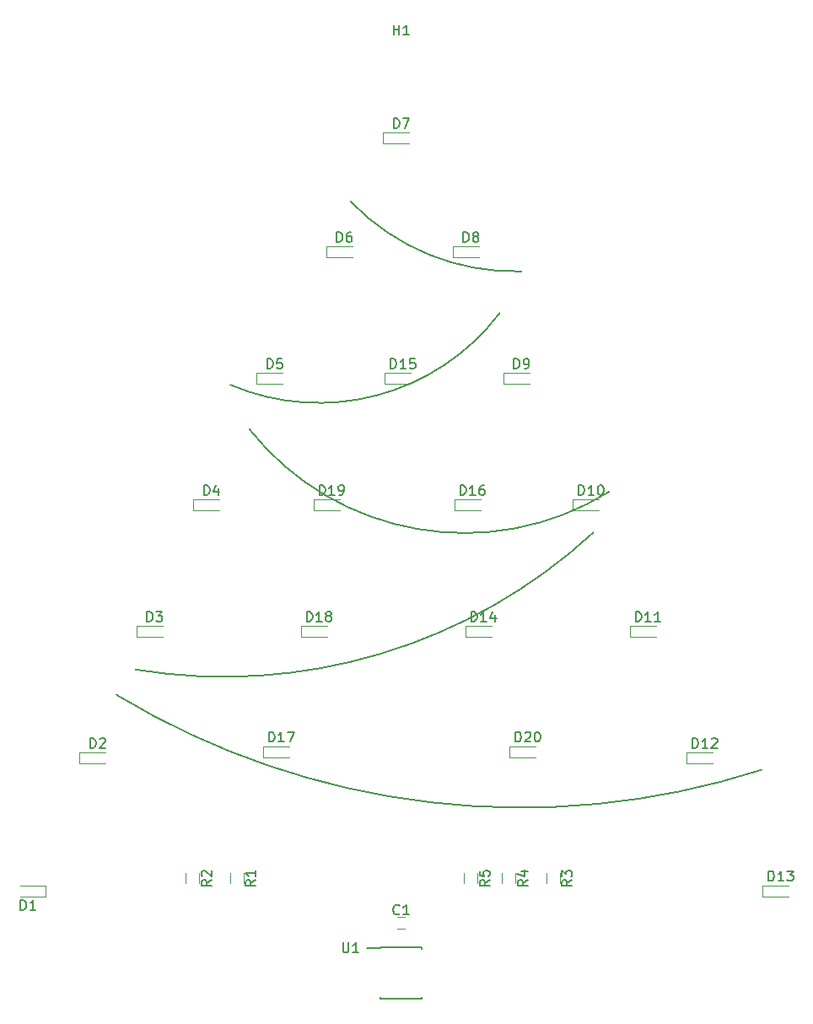
<source format=gbr>
G04 #@! TF.GenerationSoftware,KiCad,Pcbnew,5.0.1-33cea8e~68~ubuntu18.04.1*
G04 #@! TF.CreationDate,2018-11-21T15:29:58-05:00*
G04 #@! TF.ProjectId,Christmas_2018,4368726973746D61735F323031382E6B,A1*
G04 #@! TF.SameCoordinates,Original*
G04 #@! TF.FileFunction,Legend,Top*
G04 #@! TF.FilePolarity,Positive*
%FSLAX46Y46*%
G04 Gerber Fmt 4.6, Leading zero omitted, Abs format (unit mm)*
G04 Created by KiCad (PCBNEW 5.0.1-33cea8e~68~ubuntu18.04.1) date Wed 21 Nov 2018 03:29:58 PM EST*
%MOMM*%
%LPD*%
G01*
G04 APERTURE LIST*
%ADD10C,0.200000*%
%ADD11C,0.120000*%
%ADD12C,0.150000*%
G04 APERTURE END LIST*
D10*
X169516721Y-106592186D02*
G75*
G02X104775000Y-99060000I-24101721J74842186D01*
G01*
X152647318Y-82764463D02*
G75*
G02X106680000Y-96520000I-37077318J40219463D01*
G01*
X154254897Y-78659400D02*
G75*
G02X118110000Y-72390000I-14554897J23414400D01*
G01*
X143229907Y-60747516D02*
G75*
G02X116205000Y-67945000I-18134907J13757516D01*
G01*
X145434134Y-56549712D02*
G75*
G02X128270000Y-49530000I-654134J22894712D01*
G01*
D11*
G04 #@! TO.C,C1*
X133700000Y-122520000D02*
X133000000Y-122520000D01*
X133000000Y-121320000D02*
X133700000Y-121320000D01*
G04 #@! TO.C,D1*
X97685000Y-119295000D02*
X97685000Y-118195000D01*
X97685000Y-118195000D02*
X95085000Y-118195000D01*
X97685000Y-119295000D02*
X95085000Y-119295000D01*
G04 #@! TO.C,D2*
X101070000Y-104860000D02*
X103670000Y-104860000D01*
X101070000Y-105960000D02*
X103670000Y-105960000D01*
X101070000Y-104860000D02*
X101070000Y-105960000D01*
G04 #@! TO.C,D3*
X106785000Y-92160000D02*
X109385000Y-92160000D01*
X106785000Y-93260000D02*
X109385000Y-93260000D01*
X106785000Y-92160000D02*
X106785000Y-93260000D01*
G04 #@! TO.C,D4*
X112500000Y-79460000D02*
X112500000Y-80560000D01*
X112500000Y-80560000D02*
X115100000Y-80560000D01*
X112500000Y-79460000D02*
X115100000Y-79460000D01*
G04 #@! TO.C,D5*
X118850000Y-66760000D02*
X121450000Y-66760000D01*
X118850000Y-67860000D02*
X121450000Y-67860000D01*
X118850000Y-66760000D02*
X118850000Y-67860000D01*
G04 #@! TO.C,D6*
X125835000Y-54060000D02*
X125835000Y-55160000D01*
X125835000Y-55160000D02*
X128435000Y-55160000D01*
X125835000Y-54060000D02*
X128435000Y-54060000D01*
G04 #@! TO.C,D7*
X131550000Y-42630000D02*
X131550000Y-43730000D01*
X131550000Y-43730000D02*
X134150000Y-43730000D01*
X131550000Y-42630000D02*
X134150000Y-42630000D01*
G04 #@! TO.C,D8*
X138535000Y-54060000D02*
X141135000Y-54060000D01*
X138535000Y-55160000D02*
X141135000Y-55160000D01*
X138535000Y-54060000D02*
X138535000Y-55160000D01*
G04 #@! TO.C,D9*
X143615000Y-66760000D02*
X146215000Y-66760000D01*
X143615000Y-67860000D02*
X146215000Y-67860000D01*
X143615000Y-66760000D02*
X143615000Y-67860000D01*
G04 #@! TO.C,D10*
X150600000Y-79460000D02*
X150600000Y-80560000D01*
X150600000Y-80560000D02*
X153200000Y-80560000D01*
X150600000Y-79460000D02*
X153200000Y-79460000D01*
G04 #@! TO.C,D11*
X156315000Y-92160000D02*
X158915000Y-92160000D01*
X156315000Y-93260000D02*
X158915000Y-93260000D01*
X156315000Y-92160000D02*
X156315000Y-93260000D01*
G04 #@! TO.C,D12*
X162030000Y-104860000D02*
X162030000Y-105960000D01*
X162030000Y-105960000D02*
X164630000Y-105960000D01*
X162030000Y-104860000D02*
X164630000Y-104860000D01*
G04 #@! TO.C,D13*
X169650000Y-118195000D02*
X172250000Y-118195000D01*
X169650000Y-119295000D02*
X172250000Y-119295000D01*
X169650000Y-118195000D02*
X169650000Y-119295000D01*
G04 #@! TO.C,D14*
X139805000Y-92160000D02*
X139805000Y-93260000D01*
X139805000Y-93260000D02*
X142405000Y-93260000D01*
X139805000Y-92160000D02*
X142405000Y-92160000D01*
G04 #@! TO.C,D15*
X131720000Y-66760000D02*
X134320000Y-66760000D01*
X131720000Y-67860000D02*
X134320000Y-67860000D01*
X131720000Y-66760000D02*
X131720000Y-67860000D01*
G04 #@! TO.C,D16*
X138705000Y-79460000D02*
X138705000Y-80560000D01*
X138705000Y-80560000D02*
X141305000Y-80560000D01*
X138705000Y-79460000D02*
X141305000Y-79460000D01*
G04 #@! TO.C,D17*
X119485000Y-104225000D02*
X122085000Y-104225000D01*
X119485000Y-105325000D02*
X122085000Y-105325000D01*
X119485000Y-104225000D02*
X119485000Y-105325000D01*
G04 #@! TO.C,D18*
X123295000Y-92160000D02*
X123295000Y-93260000D01*
X123295000Y-93260000D02*
X125895000Y-93260000D01*
X123295000Y-92160000D02*
X125895000Y-92160000D01*
G04 #@! TO.C,D19*
X124565000Y-79460000D02*
X127165000Y-79460000D01*
X124565000Y-80560000D02*
X127165000Y-80560000D01*
X124565000Y-79460000D02*
X124565000Y-80560000D01*
G04 #@! TO.C,D20*
X144250000Y-104225000D02*
X144250000Y-105325000D01*
X144250000Y-105325000D02*
X146850000Y-105325000D01*
X144250000Y-104225000D02*
X146850000Y-104225000D01*
G04 #@! TO.C,R1*
X117520000Y-116975000D02*
X117520000Y-117975000D01*
X116160000Y-117975000D02*
X116160000Y-116975000D01*
G04 #@! TO.C,R2*
X111715000Y-117975000D02*
X111715000Y-116975000D01*
X113075000Y-116975000D02*
X113075000Y-117975000D01*
G04 #@! TO.C,R3*
X149270000Y-116975000D02*
X149270000Y-117975000D01*
X147910000Y-117975000D02*
X147910000Y-116975000D01*
G04 #@! TO.C,R4*
X143465000Y-117975000D02*
X143465000Y-116975000D01*
X144825000Y-116975000D02*
X144825000Y-117975000D01*
G04 #@! TO.C,R5*
X141015000Y-116975000D02*
X141015000Y-117975000D01*
X139655000Y-117975000D02*
X139655000Y-116975000D01*
D12*
G04 #@! TO.C,U1*
X131275000Y-124475000D02*
X129875000Y-124475000D01*
X131275000Y-129575000D02*
X135425000Y-129575000D01*
X131275000Y-124425000D02*
X135425000Y-124425000D01*
X131275000Y-129575000D02*
X131275000Y-129430000D01*
X135425000Y-129575000D02*
X135425000Y-129430000D01*
X135425000Y-124425000D02*
X135425000Y-124570000D01*
X131275000Y-124425000D02*
X131275000Y-124475000D01*
G04 #@! TO.C,H1*
X132588095Y-32812380D02*
X132588095Y-31812380D01*
X132588095Y-32288571D02*
X133159523Y-32288571D01*
X133159523Y-32812380D02*
X133159523Y-31812380D01*
X134159523Y-32812380D02*
X133588095Y-32812380D01*
X133873809Y-32812380D02*
X133873809Y-31812380D01*
X133778571Y-31955238D01*
X133683333Y-32050476D01*
X133588095Y-32098095D01*
G04 #@! TO.C,C1*
X133183333Y-121027142D02*
X133135714Y-121074761D01*
X132992857Y-121122380D01*
X132897619Y-121122380D01*
X132754761Y-121074761D01*
X132659523Y-120979523D01*
X132611904Y-120884285D01*
X132564285Y-120693809D01*
X132564285Y-120550952D01*
X132611904Y-120360476D01*
X132659523Y-120265238D01*
X132754761Y-120170000D01*
X132897619Y-120122380D01*
X132992857Y-120122380D01*
X133135714Y-120170000D01*
X133183333Y-120217619D01*
X134135714Y-121122380D02*
X133564285Y-121122380D01*
X133850000Y-121122380D02*
X133850000Y-120122380D01*
X133754761Y-120265238D01*
X133659523Y-120360476D01*
X133564285Y-120408095D01*
G04 #@! TO.C,D1*
X95146904Y-120647380D02*
X95146904Y-119647380D01*
X95385000Y-119647380D01*
X95527857Y-119695000D01*
X95623095Y-119790238D01*
X95670714Y-119885476D01*
X95718333Y-120075952D01*
X95718333Y-120218809D01*
X95670714Y-120409285D01*
X95623095Y-120504523D01*
X95527857Y-120599761D01*
X95385000Y-120647380D01*
X95146904Y-120647380D01*
X96670714Y-120647380D02*
X96099285Y-120647380D01*
X96385000Y-120647380D02*
X96385000Y-119647380D01*
X96289761Y-119790238D01*
X96194523Y-119885476D01*
X96099285Y-119933095D01*
G04 #@! TO.C,D2*
X102131904Y-104412380D02*
X102131904Y-103412380D01*
X102370000Y-103412380D01*
X102512857Y-103460000D01*
X102608095Y-103555238D01*
X102655714Y-103650476D01*
X102703333Y-103840952D01*
X102703333Y-103983809D01*
X102655714Y-104174285D01*
X102608095Y-104269523D01*
X102512857Y-104364761D01*
X102370000Y-104412380D01*
X102131904Y-104412380D01*
X103084285Y-103507619D02*
X103131904Y-103460000D01*
X103227142Y-103412380D01*
X103465238Y-103412380D01*
X103560476Y-103460000D01*
X103608095Y-103507619D01*
X103655714Y-103602857D01*
X103655714Y-103698095D01*
X103608095Y-103840952D01*
X103036666Y-104412380D01*
X103655714Y-104412380D01*
G04 #@! TO.C,D3*
X107846904Y-91712380D02*
X107846904Y-90712380D01*
X108085000Y-90712380D01*
X108227857Y-90760000D01*
X108323095Y-90855238D01*
X108370714Y-90950476D01*
X108418333Y-91140952D01*
X108418333Y-91283809D01*
X108370714Y-91474285D01*
X108323095Y-91569523D01*
X108227857Y-91664761D01*
X108085000Y-91712380D01*
X107846904Y-91712380D01*
X108751666Y-90712380D02*
X109370714Y-90712380D01*
X109037380Y-91093333D01*
X109180238Y-91093333D01*
X109275476Y-91140952D01*
X109323095Y-91188571D01*
X109370714Y-91283809D01*
X109370714Y-91521904D01*
X109323095Y-91617142D01*
X109275476Y-91664761D01*
X109180238Y-91712380D01*
X108894523Y-91712380D01*
X108799285Y-91664761D01*
X108751666Y-91617142D01*
G04 #@! TO.C,D4*
X113561904Y-79012380D02*
X113561904Y-78012380D01*
X113800000Y-78012380D01*
X113942857Y-78060000D01*
X114038095Y-78155238D01*
X114085714Y-78250476D01*
X114133333Y-78440952D01*
X114133333Y-78583809D01*
X114085714Y-78774285D01*
X114038095Y-78869523D01*
X113942857Y-78964761D01*
X113800000Y-79012380D01*
X113561904Y-79012380D01*
X114990476Y-78345714D02*
X114990476Y-79012380D01*
X114752380Y-77964761D02*
X114514285Y-78679047D01*
X115133333Y-78679047D01*
G04 #@! TO.C,D5*
X119911904Y-66312380D02*
X119911904Y-65312380D01*
X120150000Y-65312380D01*
X120292857Y-65360000D01*
X120388095Y-65455238D01*
X120435714Y-65550476D01*
X120483333Y-65740952D01*
X120483333Y-65883809D01*
X120435714Y-66074285D01*
X120388095Y-66169523D01*
X120292857Y-66264761D01*
X120150000Y-66312380D01*
X119911904Y-66312380D01*
X121388095Y-65312380D02*
X120911904Y-65312380D01*
X120864285Y-65788571D01*
X120911904Y-65740952D01*
X121007142Y-65693333D01*
X121245238Y-65693333D01*
X121340476Y-65740952D01*
X121388095Y-65788571D01*
X121435714Y-65883809D01*
X121435714Y-66121904D01*
X121388095Y-66217142D01*
X121340476Y-66264761D01*
X121245238Y-66312380D01*
X121007142Y-66312380D01*
X120911904Y-66264761D01*
X120864285Y-66217142D01*
G04 #@! TO.C,D6*
X126896904Y-53612380D02*
X126896904Y-52612380D01*
X127135000Y-52612380D01*
X127277857Y-52660000D01*
X127373095Y-52755238D01*
X127420714Y-52850476D01*
X127468333Y-53040952D01*
X127468333Y-53183809D01*
X127420714Y-53374285D01*
X127373095Y-53469523D01*
X127277857Y-53564761D01*
X127135000Y-53612380D01*
X126896904Y-53612380D01*
X128325476Y-52612380D02*
X128135000Y-52612380D01*
X128039761Y-52660000D01*
X127992142Y-52707619D01*
X127896904Y-52850476D01*
X127849285Y-53040952D01*
X127849285Y-53421904D01*
X127896904Y-53517142D01*
X127944523Y-53564761D01*
X128039761Y-53612380D01*
X128230238Y-53612380D01*
X128325476Y-53564761D01*
X128373095Y-53517142D01*
X128420714Y-53421904D01*
X128420714Y-53183809D01*
X128373095Y-53088571D01*
X128325476Y-53040952D01*
X128230238Y-52993333D01*
X128039761Y-52993333D01*
X127944523Y-53040952D01*
X127896904Y-53088571D01*
X127849285Y-53183809D01*
G04 #@! TO.C,D7*
X132611904Y-42182380D02*
X132611904Y-41182380D01*
X132850000Y-41182380D01*
X132992857Y-41230000D01*
X133088095Y-41325238D01*
X133135714Y-41420476D01*
X133183333Y-41610952D01*
X133183333Y-41753809D01*
X133135714Y-41944285D01*
X133088095Y-42039523D01*
X132992857Y-42134761D01*
X132850000Y-42182380D01*
X132611904Y-42182380D01*
X133516666Y-41182380D02*
X134183333Y-41182380D01*
X133754761Y-42182380D01*
G04 #@! TO.C,D8*
X139596904Y-53612380D02*
X139596904Y-52612380D01*
X139835000Y-52612380D01*
X139977857Y-52660000D01*
X140073095Y-52755238D01*
X140120714Y-52850476D01*
X140168333Y-53040952D01*
X140168333Y-53183809D01*
X140120714Y-53374285D01*
X140073095Y-53469523D01*
X139977857Y-53564761D01*
X139835000Y-53612380D01*
X139596904Y-53612380D01*
X140739761Y-53040952D02*
X140644523Y-52993333D01*
X140596904Y-52945714D01*
X140549285Y-52850476D01*
X140549285Y-52802857D01*
X140596904Y-52707619D01*
X140644523Y-52660000D01*
X140739761Y-52612380D01*
X140930238Y-52612380D01*
X141025476Y-52660000D01*
X141073095Y-52707619D01*
X141120714Y-52802857D01*
X141120714Y-52850476D01*
X141073095Y-52945714D01*
X141025476Y-52993333D01*
X140930238Y-53040952D01*
X140739761Y-53040952D01*
X140644523Y-53088571D01*
X140596904Y-53136190D01*
X140549285Y-53231428D01*
X140549285Y-53421904D01*
X140596904Y-53517142D01*
X140644523Y-53564761D01*
X140739761Y-53612380D01*
X140930238Y-53612380D01*
X141025476Y-53564761D01*
X141073095Y-53517142D01*
X141120714Y-53421904D01*
X141120714Y-53231428D01*
X141073095Y-53136190D01*
X141025476Y-53088571D01*
X140930238Y-53040952D01*
G04 #@! TO.C,D9*
X144676904Y-66312380D02*
X144676904Y-65312380D01*
X144915000Y-65312380D01*
X145057857Y-65360000D01*
X145153095Y-65455238D01*
X145200714Y-65550476D01*
X145248333Y-65740952D01*
X145248333Y-65883809D01*
X145200714Y-66074285D01*
X145153095Y-66169523D01*
X145057857Y-66264761D01*
X144915000Y-66312380D01*
X144676904Y-66312380D01*
X145724523Y-66312380D02*
X145915000Y-66312380D01*
X146010238Y-66264761D01*
X146057857Y-66217142D01*
X146153095Y-66074285D01*
X146200714Y-65883809D01*
X146200714Y-65502857D01*
X146153095Y-65407619D01*
X146105476Y-65360000D01*
X146010238Y-65312380D01*
X145819761Y-65312380D01*
X145724523Y-65360000D01*
X145676904Y-65407619D01*
X145629285Y-65502857D01*
X145629285Y-65740952D01*
X145676904Y-65836190D01*
X145724523Y-65883809D01*
X145819761Y-65931428D01*
X146010238Y-65931428D01*
X146105476Y-65883809D01*
X146153095Y-65836190D01*
X146200714Y-65740952D01*
G04 #@! TO.C,D10*
X151185714Y-79012380D02*
X151185714Y-78012380D01*
X151423809Y-78012380D01*
X151566666Y-78060000D01*
X151661904Y-78155238D01*
X151709523Y-78250476D01*
X151757142Y-78440952D01*
X151757142Y-78583809D01*
X151709523Y-78774285D01*
X151661904Y-78869523D01*
X151566666Y-78964761D01*
X151423809Y-79012380D01*
X151185714Y-79012380D01*
X152709523Y-79012380D02*
X152138095Y-79012380D01*
X152423809Y-79012380D02*
X152423809Y-78012380D01*
X152328571Y-78155238D01*
X152233333Y-78250476D01*
X152138095Y-78298095D01*
X153328571Y-78012380D02*
X153423809Y-78012380D01*
X153519047Y-78060000D01*
X153566666Y-78107619D01*
X153614285Y-78202857D01*
X153661904Y-78393333D01*
X153661904Y-78631428D01*
X153614285Y-78821904D01*
X153566666Y-78917142D01*
X153519047Y-78964761D01*
X153423809Y-79012380D01*
X153328571Y-79012380D01*
X153233333Y-78964761D01*
X153185714Y-78917142D01*
X153138095Y-78821904D01*
X153090476Y-78631428D01*
X153090476Y-78393333D01*
X153138095Y-78202857D01*
X153185714Y-78107619D01*
X153233333Y-78060000D01*
X153328571Y-78012380D01*
G04 #@! TO.C,D11*
X156900714Y-91712380D02*
X156900714Y-90712380D01*
X157138809Y-90712380D01*
X157281666Y-90760000D01*
X157376904Y-90855238D01*
X157424523Y-90950476D01*
X157472142Y-91140952D01*
X157472142Y-91283809D01*
X157424523Y-91474285D01*
X157376904Y-91569523D01*
X157281666Y-91664761D01*
X157138809Y-91712380D01*
X156900714Y-91712380D01*
X158424523Y-91712380D02*
X157853095Y-91712380D01*
X158138809Y-91712380D02*
X158138809Y-90712380D01*
X158043571Y-90855238D01*
X157948333Y-90950476D01*
X157853095Y-90998095D01*
X159376904Y-91712380D02*
X158805476Y-91712380D01*
X159091190Y-91712380D02*
X159091190Y-90712380D01*
X158995952Y-90855238D01*
X158900714Y-90950476D01*
X158805476Y-90998095D01*
G04 #@! TO.C,D12*
X162615714Y-104412380D02*
X162615714Y-103412380D01*
X162853809Y-103412380D01*
X162996666Y-103460000D01*
X163091904Y-103555238D01*
X163139523Y-103650476D01*
X163187142Y-103840952D01*
X163187142Y-103983809D01*
X163139523Y-104174285D01*
X163091904Y-104269523D01*
X162996666Y-104364761D01*
X162853809Y-104412380D01*
X162615714Y-104412380D01*
X164139523Y-104412380D02*
X163568095Y-104412380D01*
X163853809Y-104412380D02*
X163853809Y-103412380D01*
X163758571Y-103555238D01*
X163663333Y-103650476D01*
X163568095Y-103698095D01*
X164520476Y-103507619D02*
X164568095Y-103460000D01*
X164663333Y-103412380D01*
X164901428Y-103412380D01*
X164996666Y-103460000D01*
X165044285Y-103507619D01*
X165091904Y-103602857D01*
X165091904Y-103698095D01*
X165044285Y-103840952D01*
X164472857Y-104412380D01*
X165091904Y-104412380D01*
G04 #@! TO.C,D13*
X170235714Y-117747380D02*
X170235714Y-116747380D01*
X170473809Y-116747380D01*
X170616666Y-116795000D01*
X170711904Y-116890238D01*
X170759523Y-116985476D01*
X170807142Y-117175952D01*
X170807142Y-117318809D01*
X170759523Y-117509285D01*
X170711904Y-117604523D01*
X170616666Y-117699761D01*
X170473809Y-117747380D01*
X170235714Y-117747380D01*
X171759523Y-117747380D02*
X171188095Y-117747380D01*
X171473809Y-117747380D02*
X171473809Y-116747380D01*
X171378571Y-116890238D01*
X171283333Y-116985476D01*
X171188095Y-117033095D01*
X172092857Y-116747380D02*
X172711904Y-116747380D01*
X172378571Y-117128333D01*
X172521428Y-117128333D01*
X172616666Y-117175952D01*
X172664285Y-117223571D01*
X172711904Y-117318809D01*
X172711904Y-117556904D01*
X172664285Y-117652142D01*
X172616666Y-117699761D01*
X172521428Y-117747380D01*
X172235714Y-117747380D01*
X172140476Y-117699761D01*
X172092857Y-117652142D01*
G04 #@! TO.C,D14*
X140390714Y-91712380D02*
X140390714Y-90712380D01*
X140628809Y-90712380D01*
X140771666Y-90760000D01*
X140866904Y-90855238D01*
X140914523Y-90950476D01*
X140962142Y-91140952D01*
X140962142Y-91283809D01*
X140914523Y-91474285D01*
X140866904Y-91569523D01*
X140771666Y-91664761D01*
X140628809Y-91712380D01*
X140390714Y-91712380D01*
X141914523Y-91712380D02*
X141343095Y-91712380D01*
X141628809Y-91712380D02*
X141628809Y-90712380D01*
X141533571Y-90855238D01*
X141438333Y-90950476D01*
X141343095Y-90998095D01*
X142771666Y-91045714D02*
X142771666Y-91712380D01*
X142533571Y-90664761D02*
X142295476Y-91379047D01*
X142914523Y-91379047D01*
G04 #@! TO.C,D15*
X132305714Y-66312380D02*
X132305714Y-65312380D01*
X132543809Y-65312380D01*
X132686666Y-65360000D01*
X132781904Y-65455238D01*
X132829523Y-65550476D01*
X132877142Y-65740952D01*
X132877142Y-65883809D01*
X132829523Y-66074285D01*
X132781904Y-66169523D01*
X132686666Y-66264761D01*
X132543809Y-66312380D01*
X132305714Y-66312380D01*
X133829523Y-66312380D02*
X133258095Y-66312380D01*
X133543809Y-66312380D02*
X133543809Y-65312380D01*
X133448571Y-65455238D01*
X133353333Y-65550476D01*
X133258095Y-65598095D01*
X134734285Y-65312380D02*
X134258095Y-65312380D01*
X134210476Y-65788571D01*
X134258095Y-65740952D01*
X134353333Y-65693333D01*
X134591428Y-65693333D01*
X134686666Y-65740952D01*
X134734285Y-65788571D01*
X134781904Y-65883809D01*
X134781904Y-66121904D01*
X134734285Y-66217142D01*
X134686666Y-66264761D01*
X134591428Y-66312380D01*
X134353333Y-66312380D01*
X134258095Y-66264761D01*
X134210476Y-66217142D01*
G04 #@! TO.C,D16*
X139290714Y-79012380D02*
X139290714Y-78012380D01*
X139528809Y-78012380D01*
X139671666Y-78060000D01*
X139766904Y-78155238D01*
X139814523Y-78250476D01*
X139862142Y-78440952D01*
X139862142Y-78583809D01*
X139814523Y-78774285D01*
X139766904Y-78869523D01*
X139671666Y-78964761D01*
X139528809Y-79012380D01*
X139290714Y-79012380D01*
X140814523Y-79012380D02*
X140243095Y-79012380D01*
X140528809Y-79012380D02*
X140528809Y-78012380D01*
X140433571Y-78155238D01*
X140338333Y-78250476D01*
X140243095Y-78298095D01*
X141671666Y-78012380D02*
X141481190Y-78012380D01*
X141385952Y-78060000D01*
X141338333Y-78107619D01*
X141243095Y-78250476D01*
X141195476Y-78440952D01*
X141195476Y-78821904D01*
X141243095Y-78917142D01*
X141290714Y-78964761D01*
X141385952Y-79012380D01*
X141576428Y-79012380D01*
X141671666Y-78964761D01*
X141719285Y-78917142D01*
X141766904Y-78821904D01*
X141766904Y-78583809D01*
X141719285Y-78488571D01*
X141671666Y-78440952D01*
X141576428Y-78393333D01*
X141385952Y-78393333D01*
X141290714Y-78440952D01*
X141243095Y-78488571D01*
X141195476Y-78583809D01*
G04 #@! TO.C,D17*
X120070714Y-103777380D02*
X120070714Y-102777380D01*
X120308809Y-102777380D01*
X120451666Y-102825000D01*
X120546904Y-102920238D01*
X120594523Y-103015476D01*
X120642142Y-103205952D01*
X120642142Y-103348809D01*
X120594523Y-103539285D01*
X120546904Y-103634523D01*
X120451666Y-103729761D01*
X120308809Y-103777380D01*
X120070714Y-103777380D01*
X121594523Y-103777380D02*
X121023095Y-103777380D01*
X121308809Y-103777380D02*
X121308809Y-102777380D01*
X121213571Y-102920238D01*
X121118333Y-103015476D01*
X121023095Y-103063095D01*
X121927857Y-102777380D02*
X122594523Y-102777380D01*
X122165952Y-103777380D01*
G04 #@! TO.C,D18*
X123880714Y-91712380D02*
X123880714Y-90712380D01*
X124118809Y-90712380D01*
X124261666Y-90760000D01*
X124356904Y-90855238D01*
X124404523Y-90950476D01*
X124452142Y-91140952D01*
X124452142Y-91283809D01*
X124404523Y-91474285D01*
X124356904Y-91569523D01*
X124261666Y-91664761D01*
X124118809Y-91712380D01*
X123880714Y-91712380D01*
X125404523Y-91712380D02*
X124833095Y-91712380D01*
X125118809Y-91712380D02*
X125118809Y-90712380D01*
X125023571Y-90855238D01*
X124928333Y-90950476D01*
X124833095Y-90998095D01*
X125975952Y-91140952D02*
X125880714Y-91093333D01*
X125833095Y-91045714D01*
X125785476Y-90950476D01*
X125785476Y-90902857D01*
X125833095Y-90807619D01*
X125880714Y-90760000D01*
X125975952Y-90712380D01*
X126166428Y-90712380D01*
X126261666Y-90760000D01*
X126309285Y-90807619D01*
X126356904Y-90902857D01*
X126356904Y-90950476D01*
X126309285Y-91045714D01*
X126261666Y-91093333D01*
X126166428Y-91140952D01*
X125975952Y-91140952D01*
X125880714Y-91188571D01*
X125833095Y-91236190D01*
X125785476Y-91331428D01*
X125785476Y-91521904D01*
X125833095Y-91617142D01*
X125880714Y-91664761D01*
X125975952Y-91712380D01*
X126166428Y-91712380D01*
X126261666Y-91664761D01*
X126309285Y-91617142D01*
X126356904Y-91521904D01*
X126356904Y-91331428D01*
X126309285Y-91236190D01*
X126261666Y-91188571D01*
X126166428Y-91140952D01*
G04 #@! TO.C,D19*
X125150714Y-79012380D02*
X125150714Y-78012380D01*
X125388809Y-78012380D01*
X125531666Y-78060000D01*
X125626904Y-78155238D01*
X125674523Y-78250476D01*
X125722142Y-78440952D01*
X125722142Y-78583809D01*
X125674523Y-78774285D01*
X125626904Y-78869523D01*
X125531666Y-78964761D01*
X125388809Y-79012380D01*
X125150714Y-79012380D01*
X126674523Y-79012380D02*
X126103095Y-79012380D01*
X126388809Y-79012380D02*
X126388809Y-78012380D01*
X126293571Y-78155238D01*
X126198333Y-78250476D01*
X126103095Y-78298095D01*
X127150714Y-79012380D02*
X127341190Y-79012380D01*
X127436428Y-78964761D01*
X127484047Y-78917142D01*
X127579285Y-78774285D01*
X127626904Y-78583809D01*
X127626904Y-78202857D01*
X127579285Y-78107619D01*
X127531666Y-78060000D01*
X127436428Y-78012380D01*
X127245952Y-78012380D01*
X127150714Y-78060000D01*
X127103095Y-78107619D01*
X127055476Y-78202857D01*
X127055476Y-78440952D01*
X127103095Y-78536190D01*
X127150714Y-78583809D01*
X127245952Y-78631428D01*
X127436428Y-78631428D01*
X127531666Y-78583809D01*
X127579285Y-78536190D01*
X127626904Y-78440952D01*
G04 #@! TO.C,D20*
X144835714Y-103777380D02*
X144835714Y-102777380D01*
X145073809Y-102777380D01*
X145216666Y-102825000D01*
X145311904Y-102920238D01*
X145359523Y-103015476D01*
X145407142Y-103205952D01*
X145407142Y-103348809D01*
X145359523Y-103539285D01*
X145311904Y-103634523D01*
X145216666Y-103729761D01*
X145073809Y-103777380D01*
X144835714Y-103777380D01*
X145788095Y-102872619D02*
X145835714Y-102825000D01*
X145930952Y-102777380D01*
X146169047Y-102777380D01*
X146264285Y-102825000D01*
X146311904Y-102872619D01*
X146359523Y-102967857D01*
X146359523Y-103063095D01*
X146311904Y-103205952D01*
X145740476Y-103777380D01*
X146359523Y-103777380D01*
X146978571Y-102777380D02*
X147073809Y-102777380D01*
X147169047Y-102825000D01*
X147216666Y-102872619D01*
X147264285Y-102967857D01*
X147311904Y-103158333D01*
X147311904Y-103396428D01*
X147264285Y-103586904D01*
X147216666Y-103682142D01*
X147169047Y-103729761D01*
X147073809Y-103777380D01*
X146978571Y-103777380D01*
X146883333Y-103729761D01*
X146835714Y-103682142D01*
X146788095Y-103586904D01*
X146740476Y-103396428D01*
X146740476Y-103158333D01*
X146788095Y-102967857D01*
X146835714Y-102872619D01*
X146883333Y-102825000D01*
X146978571Y-102777380D01*
G04 #@! TO.C,R1*
X118742380Y-117641666D02*
X118266190Y-117975000D01*
X118742380Y-118213095D02*
X117742380Y-118213095D01*
X117742380Y-117832142D01*
X117790000Y-117736904D01*
X117837619Y-117689285D01*
X117932857Y-117641666D01*
X118075714Y-117641666D01*
X118170952Y-117689285D01*
X118218571Y-117736904D01*
X118266190Y-117832142D01*
X118266190Y-118213095D01*
X118742380Y-116689285D02*
X118742380Y-117260714D01*
X118742380Y-116975000D02*
X117742380Y-116975000D01*
X117885238Y-117070238D01*
X117980476Y-117165476D01*
X118028095Y-117260714D01*
G04 #@! TO.C,R2*
X114297380Y-117641666D02*
X113821190Y-117975000D01*
X114297380Y-118213095D02*
X113297380Y-118213095D01*
X113297380Y-117832142D01*
X113345000Y-117736904D01*
X113392619Y-117689285D01*
X113487857Y-117641666D01*
X113630714Y-117641666D01*
X113725952Y-117689285D01*
X113773571Y-117736904D01*
X113821190Y-117832142D01*
X113821190Y-118213095D01*
X113392619Y-117260714D02*
X113345000Y-117213095D01*
X113297380Y-117117857D01*
X113297380Y-116879761D01*
X113345000Y-116784523D01*
X113392619Y-116736904D01*
X113487857Y-116689285D01*
X113583095Y-116689285D01*
X113725952Y-116736904D01*
X114297380Y-117308333D01*
X114297380Y-116689285D01*
G04 #@! TO.C,R3*
X150492380Y-117641666D02*
X150016190Y-117975000D01*
X150492380Y-118213095D02*
X149492380Y-118213095D01*
X149492380Y-117832142D01*
X149540000Y-117736904D01*
X149587619Y-117689285D01*
X149682857Y-117641666D01*
X149825714Y-117641666D01*
X149920952Y-117689285D01*
X149968571Y-117736904D01*
X150016190Y-117832142D01*
X150016190Y-118213095D01*
X149492380Y-117308333D02*
X149492380Y-116689285D01*
X149873333Y-117022619D01*
X149873333Y-116879761D01*
X149920952Y-116784523D01*
X149968571Y-116736904D01*
X150063809Y-116689285D01*
X150301904Y-116689285D01*
X150397142Y-116736904D01*
X150444761Y-116784523D01*
X150492380Y-116879761D01*
X150492380Y-117165476D01*
X150444761Y-117260714D01*
X150397142Y-117308333D01*
G04 #@! TO.C,R4*
X146047380Y-117641666D02*
X145571190Y-117975000D01*
X146047380Y-118213095D02*
X145047380Y-118213095D01*
X145047380Y-117832142D01*
X145095000Y-117736904D01*
X145142619Y-117689285D01*
X145237857Y-117641666D01*
X145380714Y-117641666D01*
X145475952Y-117689285D01*
X145523571Y-117736904D01*
X145571190Y-117832142D01*
X145571190Y-118213095D01*
X145380714Y-116784523D02*
X146047380Y-116784523D01*
X144999761Y-117022619D02*
X145714047Y-117260714D01*
X145714047Y-116641666D01*
G04 #@! TO.C,R5*
X142237380Y-117641666D02*
X141761190Y-117975000D01*
X142237380Y-118213095D02*
X141237380Y-118213095D01*
X141237380Y-117832142D01*
X141285000Y-117736904D01*
X141332619Y-117689285D01*
X141427857Y-117641666D01*
X141570714Y-117641666D01*
X141665952Y-117689285D01*
X141713571Y-117736904D01*
X141761190Y-117832142D01*
X141761190Y-118213095D01*
X141237380Y-116736904D02*
X141237380Y-117213095D01*
X141713571Y-117260714D01*
X141665952Y-117213095D01*
X141618333Y-117117857D01*
X141618333Y-116879761D01*
X141665952Y-116784523D01*
X141713571Y-116736904D01*
X141808809Y-116689285D01*
X142046904Y-116689285D01*
X142142142Y-116736904D01*
X142189761Y-116784523D01*
X142237380Y-116879761D01*
X142237380Y-117117857D01*
X142189761Y-117213095D01*
X142142142Y-117260714D01*
G04 #@! TO.C,U1*
X127508095Y-123912380D02*
X127508095Y-124721904D01*
X127555714Y-124817142D01*
X127603333Y-124864761D01*
X127698571Y-124912380D01*
X127889047Y-124912380D01*
X127984285Y-124864761D01*
X128031904Y-124817142D01*
X128079523Y-124721904D01*
X128079523Y-123912380D01*
X129079523Y-124912380D02*
X128508095Y-124912380D01*
X128793809Y-124912380D02*
X128793809Y-123912380D01*
X128698571Y-124055238D01*
X128603333Y-124150476D01*
X128508095Y-124198095D01*
G04 #@! TD*
M02*

</source>
